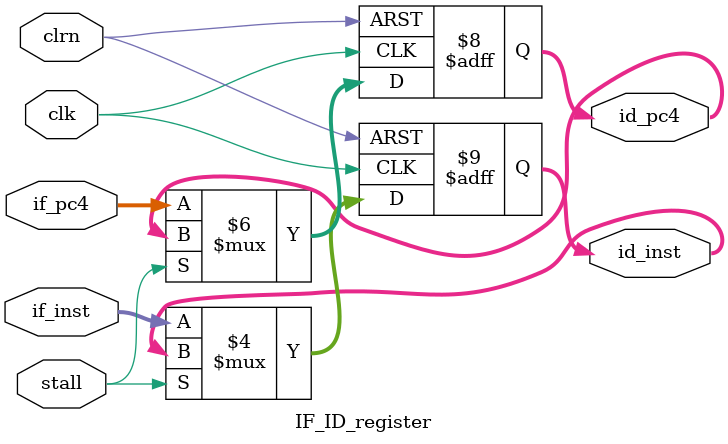
<source format=v>
`timescale 1ns / 1ps
module IF_ID_register(if_pc4,if_inst,clk,clrn,id_pc4,id_inst,stall
    );
	 input [31:0] if_pc4,if_inst;  // if½×¶ÎÐÅºÅ×÷ÎªÊäÈë£ºif_pc4-Ë³ÐòÏÂÒ»ÌõÖ¸ÁîµØÖ·£¬if_inst-µ±Ç°Ö¸ÁîÄÚÈÝ
	 input clk,clrn;               // clk-Ê±ÖÓÐÅºÅ£¬clrn-ÖÃÎ»ÐÅºÅ
	 input stall;
	 output [31:0] id_pc4,id_inst; // id½×¶ÎÐÅºÅ×÷ÎªÊä³ö£ºid_pc4-Ë³ÐòÏÂÒ»½×¶ÎÖ¸ÁîµØÖ·£¬id_inst-µ±Ç°Ö¸ÁîÄÚÈÝ
	 
	 reg [31:0] id_pc4,id_inst;
	 always@(posedge clk or negedge clrn)
		if(clrn == 0)               // ÖÃÎ»ÐÅºÅÎª0£¬Ôò½«¼Ä´æÆ÷ÖÐµÄÐÅºÅÇåÁã£¬·ñÔò½«if½×¶ÎµÄÐÅºÅ¸³Öµ¸øid½×¶ÎÏàÓ¦×Ö¶Î
			begin
				id_pc4<=0;
				id_inst<=0;
			end
		else
			begin
				if(stall == 0)
					begin
						id_pc4<=if_pc4;
						id_inst<=if_inst;
					end
			end

endmodule

</source>
